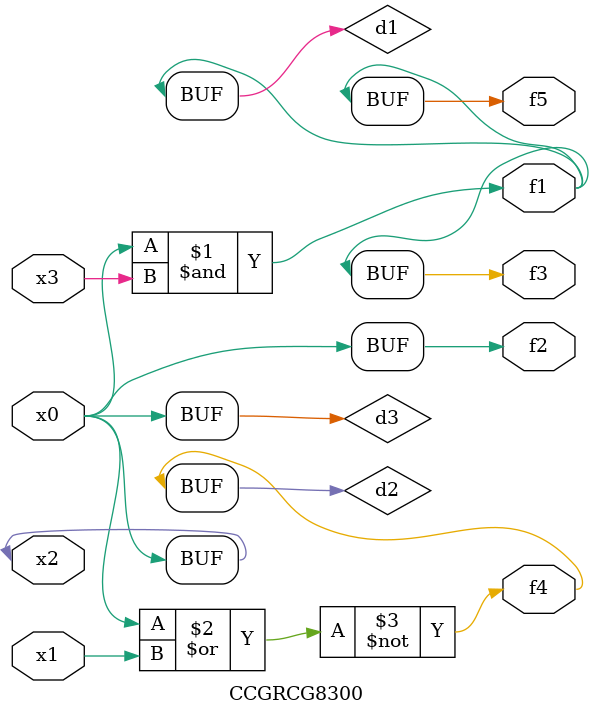
<source format=v>
module CCGRCG8300(
	input x0, x1, x2, x3,
	output f1, f2, f3, f4, f5
);

	wire d1, d2, d3;

	and (d1, x2, x3);
	nor (d2, x0, x1);
	buf (d3, x0, x2);
	assign f1 = d1;
	assign f2 = d3;
	assign f3 = d1;
	assign f4 = d2;
	assign f5 = d1;
endmodule

</source>
